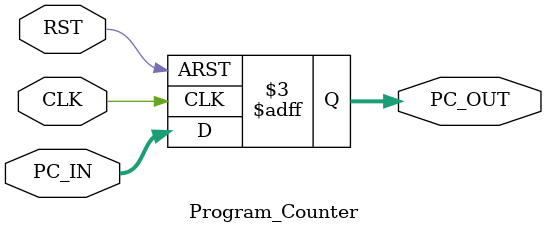
<source format=v>


// File Name: Program Counter.V

// Description: updating the pc with every clk

// Author: Omar Hossam El Din

//----------------------------------------------------------------------


module Program_Counter #(
  
//-----------------------------------------------------------------------
//                    Parameters Decleration   
//-----------------------------------------------------------------------

parameter PC_WIDTH = 32              //initialize a parameter variable with value 32

)

(
//-----------------------------------------------------------------------
//                        Port Decleration   
//-----------------------------------------------------------------------

input  wire  [PC_WIDTH-1:0]  PC_IN,
input  wire                  RST,
input  wire                  CLK,
output reg   [PC_WIDTH-1:0]  PC_OUT
);
  
  
  always@(posedge CLK or negedge RST)
  
  begin 
    if(!RST)
      
     PC_OUT <= 'b0 ;
     
   else 
     
     PC_OUT <= PC_IN ;
     
    end
  
  
endmodule
</source>
